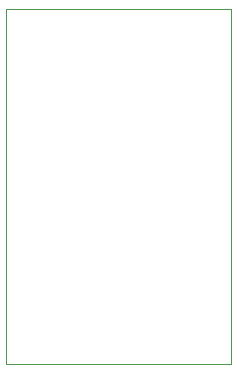
<source format=gbr>
G04 #@! TF.GenerationSoftware,KiCad,Pcbnew,5.1.2-f72e74a~84~ubuntu16.04.1*
G04 #@! TF.CreationDate,2019-06-21T14:24:11+02:00*
G04 #@! TF.ProjectId,microstepper,6d696372-6f73-4746-9570-7065722e6b69,rev?*
G04 #@! TF.SameCoordinates,Original*
G04 #@! TF.FileFunction,Profile,NP*
%FSLAX46Y46*%
G04 Gerber Fmt 4.6, Leading zero omitted, Abs format (unit mm)*
G04 Created by KiCad (PCBNEW 5.1.2-f72e74a~84~ubuntu16.04.1) date 2019-06-21 14:24:11*
%MOMM*%
%LPD*%
G04 APERTURE LIST*
%ADD10C,0.100000*%
G04 APERTURE END LIST*
D10*
X20000000Y-50000000D02*
X20000000Y-20000000D01*
X39000000Y-50000000D02*
X20000000Y-50000000D01*
X39000000Y-20000000D02*
X39000000Y-50000000D01*
X20000000Y-20000000D02*
X39000000Y-20000000D01*
M02*

</source>
